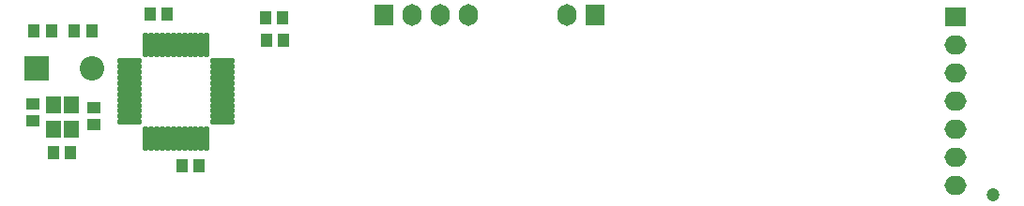
<source format=gts>
G04*
G04 #@! TF.GenerationSoftware,Altium Limited,Altium Designer,19.0.4 (130)*
G04*
G04 Layer_Color=8388736*
%FSLAX44Y44*%
%MOMM*%
G71*
G01*
G75*
%ADD22R,1.1332X1.1832*%
%ADD23C,1.2032*%
%ADD24O,2.3032X0.5032*%
%ADD25O,0.5032X2.3032*%
%ADD26R,1.3532X1.6032*%
%ADD27R,1.1832X1.1332*%
%ADD28R,1.7272X1.9812*%
%ADD29O,1.7272X1.9812*%
%ADD30O,1.9812X1.7272*%
%ADD31R,1.9812X1.7272*%
%ADD32C,2.2032*%
%ADD33R,2.2032X2.2032*%
D22*
X197700Y43000D02*
D03*
X182300D02*
D03*
X81629Y55000D02*
D03*
X66229D02*
D03*
X64229Y165000D02*
D03*
X48829D02*
D03*
X168700Y180000D02*
D03*
X153300D02*
D03*
X85229Y165000D02*
D03*
X100629D02*
D03*
X258300Y156000D02*
D03*
X273700Y156000D02*
D03*
X273000Y177000D02*
D03*
X257600D02*
D03*
D23*
X914000Y17000D02*
D03*
D24*
X134730Y137500D02*
D03*
Y132500D02*
D03*
Y127500D02*
D03*
Y122500D02*
D03*
Y117500D02*
D03*
Y112500D02*
D03*
Y107500D02*
D03*
Y102500D02*
D03*
Y97500D02*
D03*
Y92500D02*
D03*
Y87500D02*
D03*
Y82500D02*
D03*
X219016D02*
D03*
X219016Y87500D02*
D03*
Y92500D02*
D03*
X219016Y97500D02*
D03*
Y102500D02*
D03*
Y107500D02*
D03*
Y112500D02*
D03*
Y117500D02*
D03*
X219016Y122500D02*
D03*
Y127500D02*
D03*
X219016Y132500D02*
D03*
Y137500D02*
D03*
D25*
X149500Y67730D02*
D03*
X154500D02*
D03*
X159500D02*
D03*
X164500D02*
D03*
X169500D02*
D03*
X174500D02*
D03*
X179500D02*
D03*
X184500D02*
D03*
X189500D02*
D03*
X194500D02*
D03*
X199500D02*
D03*
X204500D02*
D03*
Y152270D02*
D03*
X199500D02*
D03*
X194500D02*
D03*
X189500D02*
D03*
X184500D02*
D03*
X179500D02*
D03*
X174500D02*
D03*
X169500D02*
D03*
X164500D02*
D03*
X159500D02*
D03*
X154500D02*
D03*
X149500D02*
D03*
D26*
X66229Y98000D02*
D03*
X82229Y76000D02*
D03*
X66229D02*
D03*
X82229Y98000D02*
D03*
D27*
X47229Y98700D02*
D03*
Y83300D02*
D03*
X102229Y95700D02*
D03*
X102229Y80300D02*
D03*
D28*
X555000Y179000D02*
D03*
X364600D02*
D03*
D29*
X529600D02*
D03*
X440800D02*
D03*
X415400D02*
D03*
X390000D02*
D03*
D30*
X880000Y50400D02*
D03*
Y152000D02*
D03*
Y126600D02*
D03*
Y101200D02*
D03*
Y75800D02*
D03*
Y25000D02*
D03*
D31*
Y177400D02*
D03*
D32*
X101000Y130848D02*
D03*
D33*
X51000D02*
D03*
M02*

</source>
